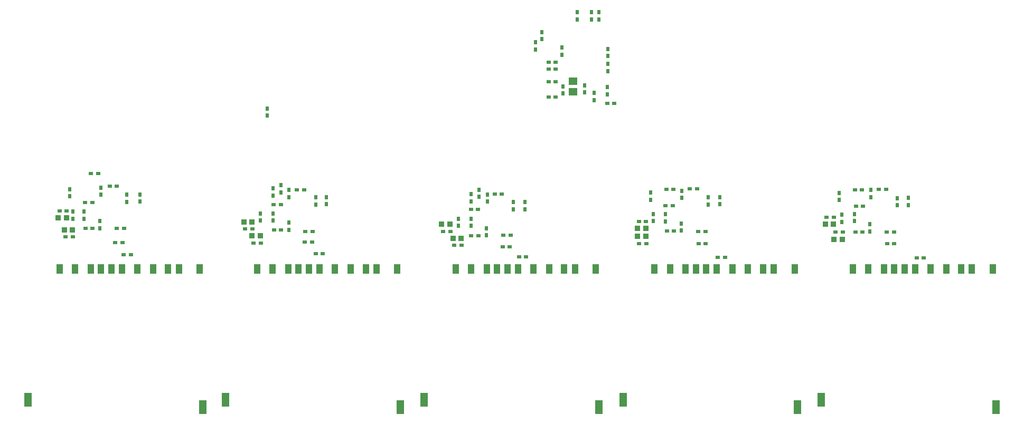
<source format=gbp>
G04*
G04 #@! TF.GenerationSoftware,Altium Limited,Altium Designer,23.10.1 (27)*
G04*
G04 Layer_Color=128*
%FSLAX44Y44*%
%MOMM*%
G71*
G04*
G04 #@! TF.SameCoordinates,71CC738A-04A0-4CD5-BBD9-20E7C06DD327*
G04*
G04*
G04 #@! TF.FilePolarity,Positive*
G04*
G01*
G75*
%ADD19R,0.7500X0.6000*%
%ADD21R,0.6000X0.7500*%
%ADD25R,1.0000X1.5000*%
%ADD26R,1.2000X2.2000*%
%ADD46R,0.8500X0.9500*%
%ADD125R,1.3500X1.1500*%
D19*
X782739Y341599D02*
D03*
X465652Y348996D02*
D03*
X1096937Y346679D02*
D03*
X1399069Y346301D02*
D03*
X70682Y357083D02*
D03*
X61049Y398811D02*
D03*
X358748Y369756D02*
D03*
X989871Y381973D02*
D03*
X693999Y344015D02*
D03*
X371906Y347602D02*
D03*
X990025Y346792D02*
D03*
X675805Y366112D02*
D03*
X1304887Y364775D02*
D03*
X1290663Y388905D02*
D03*
X938879Y571723D02*
D03*
X844899Y606013D02*
D03*
X844936Y637317D02*
D03*
X844899Y581883D02*
D03*
Y626548D02*
D03*
X141319Y438373D02*
D03*
X152749Y370840D02*
D03*
X758626Y425715D02*
D03*
X772509Y359633D02*
D03*
X441410Y432944D02*
D03*
X455009Y365983D02*
D03*
X122578Y458627D02*
D03*
X113951Y370617D02*
D03*
X732611Y359536D02*
D03*
X1071185Y434563D02*
D03*
X1084929Y365983D02*
D03*
X1374489Y433293D02*
D03*
X1387189Y364713D02*
D03*
X1045369Y433609D02*
D03*
X1046131Y367156D02*
D03*
X1348493Y365244D02*
D03*
X1347629Y432847D02*
D03*
X150209Y347949D02*
D03*
X771239Y341599D02*
D03*
X454152Y348996D02*
D03*
X1085437Y346679D02*
D03*
X1387569Y346301D02*
D03*
X720500Y401107D02*
D03*
X102010Y412537D02*
D03*
X404270Y408727D02*
D03*
X1032270Y407715D02*
D03*
X1337720Y406540D02*
D03*
X370248Y369756D02*
D03*
X483013Y330739D02*
D03*
X383405Y347602D02*
D03*
X687305Y366112D02*
D03*
X797430Y324974D02*
D03*
X705499Y344015D02*
D03*
X72549Y398811D02*
D03*
X163830Y328930D02*
D03*
X82182Y357083D02*
D03*
X1302163Y388905D02*
D03*
X1434941Y323819D02*
D03*
X1316387Y364775D02*
D03*
X1001371Y381973D02*
D03*
X1116171Y324073D02*
D03*
X1001525Y346792D02*
D03*
X856436Y637317D02*
D03*
X808930Y324974D02*
D03*
X1446441Y323819D02*
D03*
X1127671Y324073D02*
D03*
X1336129Y432847D02*
D03*
X113510Y412537D02*
D03*
X721111Y359536D02*
D03*
X404720Y368426D02*
D03*
X856399Y606013D02*
D03*
X784009Y359633D02*
D03*
X1096429Y365983D02*
D03*
X1385989Y433293D02*
D03*
X1398689Y364713D02*
D03*
X1336993Y365244D02*
D03*
X732000Y401107D02*
D03*
X415770Y408727D02*
D03*
X1043770Y407715D02*
D03*
X1349220Y406540D02*
D03*
X175330Y328930D02*
D03*
X950379Y571723D02*
D03*
X856399Y581883D02*
D03*
Y626548D02*
D03*
X161709Y347949D02*
D03*
X1034631Y367156D02*
D03*
X1033869Y433609D02*
D03*
X1082685Y434563D02*
D03*
X770126Y425715D02*
D03*
X152819Y438373D02*
D03*
X102451Y370617D02*
D03*
X164249Y370840D02*
D03*
X452910Y432944D02*
D03*
X466509Y365983D02*
D03*
X111078Y458627D02*
D03*
X471513Y330739D02*
D03*
X416220Y368426D02*
D03*
D21*
X1315497Y392849D02*
D03*
X1421669Y420027D02*
D03*
X939936Y623575D02*
D03*
X939102Y597821D02*
D03*
X914177Y706469D02*
D03*
X902747Y589131D02*
D03*
X867633Y587591D02*
D03*
X834167Y674719D02*
D03*
X866144Y661321D02*
D03*
X926024Y706469D02*
D03*
X917987Y576929D02*
D03*
X939800Y647700D02*
D03*
X824007Y658209D02*
D03*
X890955Y706469D02*
D03*
X168552Y413292D02*
D03*
X77247Y422243D02*
D03*
X720403Y414369D02*
D03*
X788447Y401669D02*
D03*
X403135Y423659D02*
D03*
X472217Y409289D02*
D03*
X125507Y371189D02*
D03*
X127223Y436531D02*
D03*
X733298Y432886D02*
D03*
X744918Y359759D02*
D03*
X746983Y425492D02*
D03*
X100107Y386429D02*
D03*
X82327D02*
D03*
X700817Y374999D02*
D03*
X721137D02*
D03*
X403358Y383271D02*
D03*
X383317D02*
D03*
X1008411Y416909D02*
D03*
X1101072Y409289D02*
D03*
X1310925Y416401D02*
D03*
X1404397Y408019D02*
D03*
X189484Y414020D02*
D03*
X807497Y401669D02*
D03*
X1058133Y431451D02*
D03*
X1057910Y367379D02*
D03*
X1361663Y432721D02*
D03*
X1360345Y366109D02*
D03*
X1032047Y382298D02*
D03*
X1013237Y382619D02*
D03*
X488981Y409543D02*
D03*
X1119663D02*
D03*
X1315497Y381349D02*
D03*
X1335817Y382619D02*
D03*
X1421669Y408527D02*
D03*
X393923Y552031D02*
D03*
X867633Y599091D02*
D03*
X393923Y563531D02*
D03*
X82327Y397929D02*
D03*
X1013237Y394119D02*
D03*
X720403Y425869D02*
D03*
X1119663Y421043D02*
D03*
X746983Y413992D02*
D03*
X415798Y428498D02*
D03*
X428607Y380149D02*
D03*
X428830Y421221D02*
D03*
X383317Y394771D02*
D03*
X700817Y386499D02*
D03*
X917987Y588429D02*
D03*
X939800Y659200D02*
D03*
X914177Y717969D02*
D03*
X902747Y600631D02*
D03*
X788447Y413169D02*
D03*
X1008411Y428409D02*
D03*
X1101072Y420789D02*
D03*
X1310925Y427901D02*
D03*
X1361663Y421221D02*
D03*
X1335817Y394119D02*
D03*
X866144Y649821D02*
D03*
X926024Y717969D02*
D03*
X834167Y686219D02*
D03*
X939936Y635075D02*
D03*
X939102Y586321D02*
D03*
X824007Y669709D02*
D03*
X890955Y717969D02*
D03*
X100107Y397929D02*
D03*
X1057910Y378879D02*
D03*
X1032047Y393798D02*
D03*
X1404397Y419519D02*
D03*
X1058133Y419951D02*
D03*
X733298Y421386D02*
D03*
X744918Y371259D02*
D03*
X168552Y424792D02*
D03*
X127223Y425031D02*
D03*
X77247Y433743D02*
D03*
X125507Y382689D02*
D03*
X472217Y420789D02*
D03*
X403135Y435159D02*
D03*
X403358Y394771D02*
D03*
X1360345Y377609D02*
D03*
X721137Y386499D02*
D03*
X189484Y425520D02*
D03*
X807497Y413169D02*
D03*
X488981Y421043D02*
D03*
X428830Y432721D02*
D03*
X415798Y439998D02*
D03*
X428607Y368649D02*
D03*
D25*
X460602Y306100D02*
D03*
X527603D02*
D03*
X778840D02*
D03*
X845840D02*
D03*
X143840D02*
D03*
X210840D02*
D03*
X1415460D02*
D03*
X1482460D02*
D03*
X1097610D02*
D03*
X1164610D02*
D03*
X502603D02*
D03*
X427603D02*
D03*
X551852D02*
D03*
X568853D02*
D03*
X377603D02*
D03*
X402603D02*
D03*
X477603D02*
D03*
X820840D02*
D03*
X745840D02*
D03*
X870090D02*
D03*
X887090D02*
D03*
X695840D02*
D03*
X720840D02*
D03*
X795840D02*
D03*
X185840D02*
D03*
X110840D02*
D03*
X235090D02*
D03*
X252090D02*
D03*
X60840D02*
D03*
X85840D02*
D03*
X160840D02*
D03*
X1457460D02*
D03*
X1382460D02*
D03*
X1506710D02*
D03*
X1523710D02*
D03*
X1332460D02*
D03*
X1357460D02*
D03*
X1432460D02*
D03*
X1139610D02*
D03*
X1064610D02*
D03*
X1188860D02*
D03*
X1205860D02*
D03*
X1014610D02*
D03*
X1039610D02*
D03*
X1114610D02*
D03*
X602352D02*
D03*
X444103D02*
D03*
X762340D02*
D03*
X920590D02*
D03*
X127340D02*
D03*
X285590D02*
D03*
X1398960D02*
D03*
X1557210D02*
D03*
X1239360D02*
D03*
X1081110D02*
D03*
D26*
X607352Y84100D02*
D03*
X327352Y96100D02*
D03*
X925590Y84100D02*
D03*
X645590Y96100D02*
D03*
X290590Y84100D02*
D03*
X10590Y96100D02*
D03*
X1562210Y84100D02*
D03*
X1282210Y96100D02*
D03*
X1244360Y84100D02*
D03*
X964360Y96100D02*
D03*
D46*
X68510Y368254D02*
D03*
X58858Y387558D02*
D03*
X356546Y380954D02*
D03*
X987756Y370817D02*
D03*
X691826Y355046D02*
D03*
X369758Y358770D02*
D03*
X987756Y358044D02*
D03*
X673675Y377346D02*
D03*
X1302696Y353522D02*
D03*
X1288472Y377906D02*
D03*
X369646Y380954D02*
D03*
X382858Y358770D02*
D03*
X686775Y377346D02*
D03*
X704926Y355046D02*
D03*
X71958Y387558D02*
D03*
X81610Y368254D02*
D03*
X1301572Y377906D02*
D03*
X1315796Y353522D02*
D03*
X1000855Y370817D02*
D03*
X1000856Y358044D02*
D03*
D125*
X884010Y589919D02*
D03*
Y607419D02*
D03*
M02*

</source>
